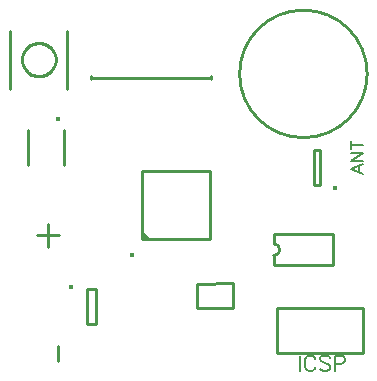
<source format=gto>
G04 DipTrace 3.0.0.1*
G04 Limbus-modelD-rev01.GTO*
%MOMM*%
G04 #@! TF.FileFunction,Legend,Top*
G04 #@! TF.Part,Single*
%ADD10C,0.25*%
%ADD30O,0.39184X0.39127*%
%ADD34O,0.41685X0.42*%
%ADD37O,0.3915X0.39169*%
%ADD43C,0.39117*%
%ADD91C,0.19608*%
%ADD92C,0.15686*%
%FSLAX35Y35*%
G04*
G71*
G90*
G75*
G01*
G04 TopSilk*
%LPD*%
X1741300Y3517989D2*
D10*
Y3494624D1*
X1755189Y3508513D2*
X2743411D1*
X2757300Y3494624D2*
Y3517989D1*
X1471672Y2173073D2*
X1281393D1*
X1376822Y2077873D2*
Y2268273D1*
X2649296Y3504173D2*
X1849304D1*
X1459850Y1239853D2*
Y1109953D1*
X4048300Y1174670D2*
X3318033D1*
Y1555670D1*
X4048300D1*
Y1174670D1*
D30*
X3811351Y2572644D3*
X3684003Y2596014D2*
D10*
Y2896000D1*
X3633997D1*
Y2596014D1*
X3684003D1*
X2169780Y2140117D2*
X2749800D1*
Y2720137D1*
X2169780D1*
Y2140117D1*
D34*
X2090662Y2008972D3*
G36*
X2169780Y2140117D2*
X2249685D1*
X2169780Y2220127D1*
Y2140117D1*
G37*
D37*
X1463738Y3161348D3*
X1210373Y3068676D2*
D10*
Y2768711D1*
X1510373Y3068676D2*
Y2768711D1*
X3290242Y1922080D2*
X3790252D1*
X3290242Y2182080D2*
X3790252D1*
Y1922080D2*
Y2182080D1*
X3290242Y2002080D2*
Y1922080D1*
Y2102080D2*
Y2182080D1*
Y2002080D2*
G03X3290242Y2102080I1J50000D01*
G01*
X3000000Y3540000D2*
G02X3000000Y3540000I540000J0D01*
G01*
D43*
X1568642Y1733361D3*
X1705983Y1719994D2*
D10*
Y1420000D1*
X1785943Y1719994D2*
Y1420000D1*
X1705983D2*
X1785943D1*
X1705983Y1719994D2*
X1785943D1*
X1540000Y3904120D2*
Y3412004D1*
X1060000Y3904188D2*
Y3412004D1*
X1157152Y3660000D2*
X1157500Y3669767D1*
X1158542Y3679486D1*
X1160274Y3689110D1*
X1162686Y3698593D1*
X1165767Y3707887D1*
X1169502Y3716948D1*
X1173873Y3725732D1*
X1178858Y3734195D1*
X1184434Y3742297D1*
X1190572Y3749998D1*
X1197244Y3757261D1*
X1204416Y3764049D1*
X1212054Y3770331D1*
X1220120Y3776075D1*
X1228576Y3781254D1*
X1237380Y3785842D1*
X1246488Y3789817D1*
X1255858Y3793159D1*
X1265442Y3795853D1*
X1275195Y3797885D1*
X1285068Y3799245D1*
X1295015Y3799927D1*
X1304985D1*
X1314932Y3799245D1*
X1324805Y3797885D1*
X1334558Y3795853D1*
X1344142Y3793159D1*
X1353512Y3789817D1*
X1362620Y3785842D1*
X1371424Y3781254D1*
X1379880Y3776075D1*
X1387946Y3770331D1*
X1395584Y3764049D1*
X1402756Y3757261D1*
X1409428Y3749998D1*
X1415566Y3742297D1*
X1421142Y3734195D1*
X1426127Y3725732D1*
X1430498Y3716948D1*
X1434233Y3707887D1*
X1437314Y3698593D1*
X1439726Y3689110D1*
X1441458Y3679486D1*
X1442500Y3669767D1*
X1442848Y3660000D1*
X1442500Y3650233D1*
X1441458Y3640514D1*
X1439726Y3630890D1*
X1437314Y3621407D1*
X1434233Y3612113D1*
X1430498Y3603052D1*
X1426127Y3594268D1*
X1421142Y3585805D1*
X1415566Y3577703D1*
X1409428Y3570002D1*
X1402756Y3562739D1*
X1395584Y3555951D1*
X1387946Y3549669D1*
X1379880Y3543925D1*
X1371424Y3538746D1*
X1362620Y3534158D1*
X1353512Y3530183D1*
X1344142Y3526841D1*
X1334558Y3524147D1*
X1324805Y3522115D1*
X1314932Y3520755D1*
X1304985Y3520073D1*
X1295015D1*
X1285068Y3520755D1*
X1275195Y3522115D1*
X1265442Y3524147D1*
X1255858Y3526841D1*
X1246488Y3530183D1*
X1237380Y3534158D1*
X1228576Y3538746D1*
X1220120Y3543925D1*
X1212054Y3549669D1*
X1204416Y3555951D1*
X1197244Y3562739D1*
X1190572Y3570002D1*
X1184434Y3577703D1*
X1178858Y3585805D1*
X1173873Y3594268D1*
X1169502Y3603052D1*
X1165767Y3612113D1*
X1162686Y3621407D1*
X1160274Y3630890D1*
X1158542Y3640514D1*
X1157500Y3650233D1*
X1157152Y3660000D1*
X2942476Y1765440D2*
X2637463Y1765335D1*
X2637524Y1555333D2*
X2942537Y1555438D1*
X2637463Y1765335D2*
X2637524Y1560334D1*
X2942537Y1560439D2*
X2942476Y1765440D1*
X3510332Y1154213D2*
D91*
Y1026604D1*
X3640657Y1123890D2*
X3634621Y1135963D1*
X3622407Y1148177D1*
X3610334Y1154213D1*
X3586048D1*
X3573834Y1148177D1*
X3561761Y1135963D1*
X3555584Y1123890D1*
X3549548Y1105640D1*
Y1075177D1*
X3555584Y1057067D1*
X3561761Y1044854D1*
X3573834Y1032781D1*
X3586048Y1026604D1*
X3610334D1*
X3622407Y1032781D1*
X3634621Y1044854D1*
X3640657Y1057067D1*
X3764946Y1135963D2*
X3752873Y1148177D1*
X3734623Y1154213D1*
X3710336D1*
X3692086Y1148177D1*
X3679873Y1135963D1*
Y1123890D1*
X3686050Y1111677D1*
X3692086Y1105640D1*
X3704159Y1099604D1*
X3740659Y1087390D1*
X3752873Y1081354D1*
X3758909Y1075177D1*
X3764946Y1063104D1*
Y1044854D1*
X3752873Y1032781D1*
X3734623Y1026604D1*
X3710336D1*
X3692086Y1032781D1*
X3679873Y1044854D1*
X3804162Y1087390D2*
X3858912D1*
X3877021Y1093427D1*
X3883198Y1099604D1*
X3889235Y1111677D1*
Y1129927D1*
X3883198Y1142000D1*
X3877021Y1148177D1*
X3858912Y1154213D1*
X3804162D1*
Y1026604D1*
X4048841Y2773729D2*
D92*
X3946753Y2734759D1*
X4048841Y2695900D1*
X4014812Y2710500D2*
Y2759129D1*
X3946754Y2873160D2*
X4048841D1*
X3946754Y2805102D1*
X4048841D1*
X3946754Y2938562D2*
X4048841D1*
X3946754Y2904533D2*
Y2972591D1*
M02*

</source>
